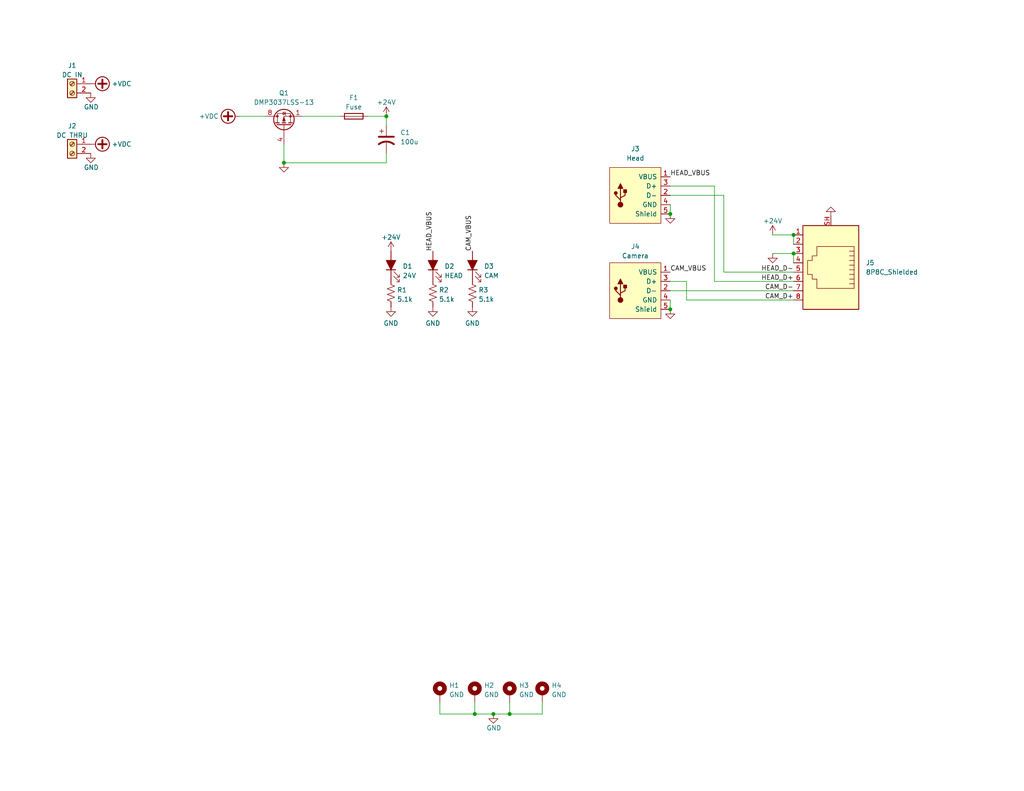
<source format=kicad_sch>
(kicad_sch (version 20211123) (generator eeschema)
  (paper "USLetter")
  (title_block (title "Candela tail") (date "2022-07-08") (rev "v0") (company "Winterbloom") (comment 1 "Alethea Flowers") (comment 2 "CERN-OHL-P V2"))
  (lib_symbols
    (symbol "Connector:8P8C_Shielded" (pin_names (offset 1.016))
      (property "Reference" "J" (at -5.08 13.97 0))
      (property "Value" "8P8C_Shielded" (at 2.54 13.97 0))
      (symbol "8P8C_Shielded_0_1"
        (polyline (pts (xy -5.08 4.445) (xy -6.35 4.445)))
        (polyline (pts (xy -5.08 5.715) (xy -6.35 5.715)))
        (polyline (pts (xy -6.35 -3.175) (xy -5.08 -3.175) (xy -5.08 -3.175)))
        (polyline (pts (xy -6.35 -1.905) (xy -5.08 -1.905) (xy -5.08 -1.905)))
        (polyline (pts (xy -6.35 -0.635) (xy -5.08 -0.635) (xy -5.08 -0.635)))
        (polyline (pts (xy -6.35 0.635) (xy -5.08 0.635) (xy -5.08 0.635)))
        (polyline (pts (xy -6.35 1.905) (xy -5.08 1.905) (xy -5.08 1.905)))
        (polyline (pts (xy -5.08 3.175) (xy -6.35 3.175) (xy -6.35 3.175)))
        (polyline (pts (xy -6.35 -4.445) (xy -6.35 6.985) (xy 3.81 6.985) (xy 3.81 4.445) (xy 5.08 4.445) (xy 5.08 3.175) (xy 6.35 3.175) (xy 6.35 -0.635) (xy 5.08 -0.635) (xy 5.08 -1.905) (xy 3.81 -1.905) (xy 3.81 -4.445) (xy -6.35 -4.445) (xy -6.35 -4.445)))
        (rectangle (start 7.62 12.7) (end -7.62 -10.16) (stroke (width 0.254)) (fill (type background)))
      )
      (symbol "8P8C_Shielded_1_1"
        (pin passive line (at 10.16 -7.62 180) (length 2.54) (name "~") (number "1"))
        (pin passive line (at 10.16 -5.08 180) (length 2.54) (name "~") (number "2"))
        (pin passive line (at 10.16 -2.54 180) (length 2.54) (name "~") (number "3"))
        (pin passive line (at 10.16 0 180) (length 2.54) (name "~") (number "4"))
        (pin passive line (at 10.16 2.54 180) (length 2.54) (name "~") (number "5"))
        (pin passive line (at 10.16 5.08 180) (length 2.54) (name "~") (number "6"))
        (pin passive line (at 10.16 7.62 180) (length 2.54) (name "~") (number "7"))
        (pin passive line (at 10.16 10.16 180) (length 2.54) (name "~") (number "8"))
        (pin passive line (at 0 -12.7 90) (length 2.54) (name "~") (number "SH"))
      )
    )
    (symbol "Connector:Screw_Terminal_01x02" (pin_names (offset 1.016) hide)
      (property "Reference" "J" (at 0 2.54 0))
      (property "Value" "Screw_Terminal_01x02" (at 0 -5.08 0))
      (symbol "Screw_Terminal_01x02_1_1"
        (rectangle (start -1.27 1.27) (end 1.27 -3.81) (stroke (width 0.254)) (fill (type background)))
        (circle (center 0 -2.54) (radius 0.635) (stroke (width 0.1524)))
        (polyline (pts (xy -0.5334 -2.2098) (xy 0.3302 -3.048)) (stroke (width 0.1524)))
        (polyline (pts (xy -0.5334 0.3302) (xy 0.3302 -0.508)) (stroke (width 0.1524)))
        (polyline (pts (xy -0.3556 -2.032) (xy 0.508 -2.8702)) (stroke (width 0.1524)))
        (polyline (pts (xy -0.3556 0.508) (xy 0.508 -0.3302)) (stroke (width 0.1524)))
        (circle (center 0 0) (radius 0.635) (stroke (width 0.1524)))
        (pin passive line (at -5.08 0 0) (length 3.81) (name "Pin_1") (number "1"))
        (pin passive line (at -5.08 -2.54 0) (length 3.81) (name "Pin_2") (number "2"))
      )
    )
    (symbol "Device:C_Polarized_US" (pin_numbers hide) (pin_names (offset 0.254) hide)
      (property "Reference" "C" (at 0.635 2.54 0))
      (property "Value" "C_Polarized_US" (at 0.635 -2.54 0))
      (symbol "C_Polarized_US_0_1"
        (polyline (pts (xy -2.032 0.762) (xy 2.032 0.762)) (stroke (width 0.508)))
        (polyline (pts (xy -1.778 2.286) (xy -0.762 2.286)))
        (polyline (pts (xy -1.27 1.778) (xy -1.27 2.794)))
        (arc (start 2.032 -1.27) (mid 0 -0.5572) (end -2.032 -1.27) (stroke (width 0.508)))
      )
      (symbol "C_Polarized_US_1_1"
        (pin passive line (at 0 3.81 270) (length 2.794) (name "~") (number "1"))
        (pin passive line (at 0 -3.81 90) (length 3.302) (name "~") (number "2"))
      )
    )
    (symbol "Device:Fuse" (pin_numbers hide) (pin_names (offset 0))
      (property "Reference" "F" (at 2.032 0 90))
      (property "Value" "Fuse" (at -1.905 0 90))
      (symbol "Fuse_0_1"
        (rectangle (start -0.762 -2.54) (end 0.762 2.54) (stroke (width 0.254)))
        (polyline (pts (xy 0 2.54) (xy 0 -2.54)))
      )
      (symbol "Fuse_1_1"
        (pin passive line (at 0 3.81 270) (length 1.27) (name "~") (number "1"))
        (pin passive line (at 0 -3.81 90) (length 1.27) (name "~") (number "2"))
      )
    )
    (symbol "Device:LED_Filled" (pin_numbers hide) (pin_names (offset 1.016) hide)
      (property "Reference" "D" (at 0 2.54 0))
      (property "Value" "LED_Filled" (at 0 -2.54 0))
      (symbol "LED_Filled_0_1"
        (polyline (pts (xy -1.27 -1.27) (xy -1.27 1.27)) (stroke (width 0.254)))
        (polyline (pts (xy -1.27 0) (xy 1.27 0)))
        (polyline (pts (xy 1.27 -1.27) (xy 1.27 1.27) (xy -1.27 0) (xy 1.27 -1.27)) (stroke (width 0.254)) (fill (type outline)))
        (polyline (pts (xy -3.048 -0.762) (xy -4.572 -2.286) (xy -3.81 -2.286) (xy -4.572 -2.286) (xy -4.572 -1.524)))
        (polyline (pts (xy -1.778 -0.762) (xy -3.302 -2.286) (xy -2.54 -2.286) (xy -3.302 -2.286) (xy -3.302 -1.524)))
      )
      (symbol "LED_Filled_1_1"
        (pin passive line (at -3.81 0 0) (length 2.54) (name "K") (number "1"))
        (pin passive line (at 3.81 0 180) (length 2.54) (name "A") (number "2"))
      )
    )
    (symbol "Device:R_US" (pin_numbers hide) (pin_names (offset 0))
      (property "Reference" "R" (at 2.54 0 90))
      (property "Value" "R_US" (at -2.54 0 90))
      (symbol "R_US_0_1"
        (polyline (pts (xy 0 -2.286) (xy 0 -2.54)))
        (polyline (pts (xy 0 2.286) (xy 0 2.54)))
        (polyline (pts (xy 0 -0.762) (xy 1.016 -1.143) (xy 0 -1.524) (xy -1.016 -1.905) (xy 0 -2.286)))
        (polyline (pts (xy 0 0.762) (xy 1.016 0.381) (xy 0 0) (xy -1.016 -0.381) (xy 0 -0.762)))
        (polyline (pts (xy 0 2.286) (xy 1.016 1.905) (xy 0 1.524) (xy -1.016 1.143) (xy 0 0.762)))
      )
      (symbol "R_US_1_1"
        (pin passive line (at 0 3.81 270) (length 1.27) (name "~") (number "1"))
        (pin passive line (at 0 -3.81 90) (length 1.27) (name "~") (number "2"))
      )
    )
    (symbol "Mechanical:MountingHole_Pad" (pin_numbers hide) (pin_names (offset 1.016) hide)
      (property "Reference" "H" (at 0 6.35 0))
      (property "Value" "MountingHole_Pad" (at 0 4.445 0))
      (symbol "MountingHole_Pad_0_1"
        (circle (center 0 1.27) (radius 1.27) (stroke (width 1.27)))
      )
      (symbol "MountingHole_Pad_1_1"
        (pin input line (at 0 -2.54 90) (length 2.54) (name "1") (number "1"))
      )
    )
    (symbol "Transistor_FET:IRF7404" (pin_names hide)
      (property "Reference" "Q" (at 5.08 1.905 0))
      (property "Value" "IRF7404" (at 5.08 0 0))
      (symbol "IRF7404_0_1"
        (polyline (pts (xy 0.254 0) (xy -2.54 0)))
        (polyline (pts (xy 0.254 1.905) (xy 0.254 -1.905)) (stroke (width 0.254)))
        (polyline (pts (xy 0.762 -1.27) (xy 0.762 -2.286)) (stroke (width 0.254)))
        (polyline (pts (xy 0.762 0.508) (xy 0.762 -0.508)) (stroke (width 0.254)))
        (polyline (pts (xy 0.762 2.286) (xy 0.762 1.27)) (stroke (width 0.254)))
        (polyline (pts (xy 2.54 2.54) (xy 2.54 1.778)))
        (polyline (pts (xy 2.54 -2.54) (xy 2.54 0) (xy 0.762 0)))
        (polyline (pts (xy 0.762 1.778) (xy 3.302 1.778) (xy 3.302 -1.778) (xy 0.762 -1.778)))
        (polyline (pts (xy 2.286 0) (xy 1.27 0.381) (xy 1.27 -0.381) (xy 2.286 0)) (fill (type outline)))
        (polyline (pts (xy 2.794 -0.508) (xy 2.921 -0.381) (xy 3.683 -0.381) (xy 3.81 -0.254)))
        (polyline (pts (xy 3.302 -0.381) (xy 2.921 0.254) (xy 3.683 0.254) (xy 3.302 -0.381)))
        (circle (center 1.651 0) (radius 2.794) (stroke (width 0.254)))
        (circle (center 2.54 -1.778) (radius 0.254) (fill (type outline)))
        (circle (center 2.54 1.778) (radius 0.254) (fill (type outline)))
      )
      (symbol "IRF7404_1_1"
        (pin passive line (at 2.54 -5.08 90) (length 2.54) (name "S") (number "1"))
        (pin passive line (at 2.54 -5.08 90) (length 2.54) hide (name "S") (number "2"))
        (pin passive line (at 2.54 -5.08 90) (length 2.54) hide (name "S") (number "3"))
        (pin passive line (at -5.08 0 0) (length 2.54) (name "G") (number "4"))
        (pin passive line (at 2.54 5.08 270) (length 2.54) hide (name "D") (number "5"))
        (pin passive line (at 2.54 5.08 270) (length 2.54) hide (name "D") (number "6"))
        (pin passive line (at 2.54 5.08 270) (length 2.54) hide (name "D") (number "7"))
        (pin passive line (at 2.54 5.08 270) (length 2.54) (name "D") (number "8"))
      )
    )
    (symbol "power:+24V" (power) (pin_names (offset 0))
      (property "Value" "+24V" (at 0 3.556 0))
      (symbol "+24V_0_1"
        (polyline (pts (xy -0.762 1.27) (xy 0 2.54)))
        (polyline (pts (xy 0 0) (xy 0 2.54)))
        (polyline (pts (xy 0 2.54) (xy 0.762 1.27)))
      )
      (symbol "+24V_1_1"
        (pin power_in line (at 0 0 90) (length 0) hide (name "+24V") (number "1"))
      )
    )
    (symbol "power:+VDC" (power) (pin_names (offset 0))
      (property "Value" "+VDC" (at 0 6.35 0))
      (symbol "+VDC_0_1"
        (polyline (pts (xy -1.143 3.175) (xy 1.143 3.175)) (stroke (width 0.508)))
        (polyline (pts (xy 0 0) (xy 0 1.27)))
        (polyline (pts (xy 0 2.032) (xy 0 4.318)) (stroke (width 0.508)))
        (circle (center 0 3.175) (radius 1.905) (stroke (width 0.254)))
      )
      (symbol "+VDC_1_1"
        (pin power_in line (at 0 0 90) (length 0) hide (name "+VDC") (number "1"))
      )
    )
    (symbol "power:GND" (power) (pin_names (offset 0))
      (property "Value" "GND" (at 0 -3.81 0))
      (symbol "GND_0_1"
        (polyline (pts (xy 0 0) (xy 0 -1.27) (xy 1.27 -1.27) (xy 0 -2.54) (xy -1.27 -1.27) (xy 0 -1.27)))
      )
      (symbol "GND_1_1"
        (pin power_in line (at 0 0 270) (length 0) hide (name "GND") (number "1"))
      )
    )
    (symbol "winterbloom:USB_B_Receptacle" (pin_names (offset 1.016))
      (property "Reference" "J" (at -7.62 8.89 0))
      (property "Value" "USB_B_Receptacle" (at -7.62 -8.89 0))
      (symbol "USB_B_Receptacle_0_0"
        (rectangle (start 6.35 -7.62) (end -7.62 7.62) (fill (type background)))
      )
      (symbol "USB_B_Receptacle_0_1"
        (circle (center -5.969 0.635) (radius 0.381) (stroke (width 0.254)) (fill (type outline)))
        (circle (center -4.699 -2.54) (radius 0.635) (stroke (width 0.254)) (fill (type outline)))
        (rectangle (start -3.81 1.524) (end -3.048 0.762) (stroke (width 0.254)) (fill (type outline)))
        (polyline (pts (xy -4.699 -0.635) (xy -4.699 1.905)) (stroke (width 0.254)))
        (polyline (pts (xy -5.334 1.905) (xy -4.064 1.905) (xy -4.699 3.175) (xy -5.334 1.905)) (stroke (width 0.254)) (fill (type outline)))
        (polyline (pts (xy -4.699 -1.905) (xy -4.699 -1.27) (xy -5.969 0) (xy -5.969 0.635)) (stroke (width 0.254)))
        (polyline (pts (xy -4.699 -1.27) (xy -4.699 -0.635) (xy -3.429 0) (xy -3.429 1.27)) (stroke (width 0.254)))
      )
      (symbol "USB_B_Receptacle_1_1"
        (pin power_out line (at 8.89 5.08 180) (length 2.54) (name "VBUS") (number "1"))
        (pin passive line (at 8.89 0 180) (length 2.54) (name "D-") (number "2"))
        (pin passive line (at 8.89 2.54 180) (length 2.54) (name "D+") (number "3"))
        (pin passive line (at 8.89 -2.54 180) (length 2.54) (name "GND") (number "4"))
        (pin passive line (at 8.89 -5.08 180) (length 2.54) (name "Shield") (number "5"))
      )
    )
  )
  (junction (at 139.065 194.945))
  (junction (at 77.47 44.45))
  (junction (at 129.54 194.945))
  (junction (at 216.535 69.215))
  (junction (at 105.41 31.75))
  (junction (at 134.62 194.945))
  (junction (at 216.535 64.135))
  (junction (at 182.88 58.42))
  (junction (at 182.88 84.455))
  (wire (pts (xy 129.54 191.77) (xy 129.54 194.945)))
  (wire (pts (xy 77.47 39.37) (xy 77.47 44.45)))
  (wire (pts (xy 210.82 69.215) (xy 216.535 69.215)))
  (wire (pts (xy 197.485 74.295) (xy 216.535 74.295)))
  (wire (pts (xy 216.535 64.135) (xy 216.535 66.675)))
  (wire (pts (xy 105.41 31.75) (xy 105.41 34.29)))
  (wire (pts (xy 82.55 31.75) (xy 92.71 31.75)))
  (wire (pts (xy 105.41 41.91) (xy 105.41 44.45)))
  (wire (pts (xy 182.88 79.375) (xy 216.535 79.375)))
  (wire (pts (xy 134.62 194.945) (xy 139.065 194.945)))
  (wire (pts (xy 187.325 76.835) (xy 182.88 76.835)))
  (wire (pts (xy 182.88 55.88) (xy 182.88 58.42)))
  (wire (pts (xy 187.325 81.915) (xy 187.325 76.835)))
  (wire (pts (xy 77.47 44.45) (xy 105.41 44.45)))
  (wire (pts (xy 100.33 31.75) (xy 105.41 31.75)))
  (wire (pts (xy 210.82 64.135) (xy 216.535 64.135)))
  (wire (pts (xy 147.955 194.945) (xy 147.955 191.77)))
  (wire (pts (xy 182.88 53.34) (xy 197.485 53.34)))
  (wire (pts (xy 194.945 76.835) (xy 194.945 50.8)))
  (wire (pts (xy 129.54 194.945) (xy 120.015 194.945)))
  (wire (pts (xy 216.535 76.835) (xy 194.945 76.835)))
  (wire (pts (xy 182.88 81.915) (xy 182.88 84.455)))
  (wire (pts (xy 139.065 191.77) (xy 139.065 194.945)))
  (wire (pts (xy 139.065 194.945) (xy 147.955 194.945)))
  (wire (pts (xy 120.015 194.945) (xy 120.015 191.77)))
  (wire (pts (xy 65.405 31.75) (xy 72.39 31.75)))
  (wire (pts (xy 216.535 69.215) (xy 216.535 71.755)))
  (wire (pts (xy 182.88 50.8) (xy 194.945 50.8)))
  (wire (pts (xy 197.485 53.34) (xy 197.485 74.295)))
  (wire (pts (xy 216.535 81.915) (xy 187.325 81.915)))
  (wire (pts (xy 134.62 194.945) (xy 129.54 194.945)))
  (label "CAM_VBUS" (at 128.905 68.58 90))
  (label "HEAD_D-" (at 216.535 74.295 180))
  (label "CAM_D-" (at 216.535 79.375 180))
  (label "HEAD_VBUS" (at 118.11 68.58 90))
  (label "CAM_D+" (at 216.535 81.915 180))
  (label "HEAD_VBUS" (at 182.88 48.26 0))
  (label "CAM_VBUS" (at 182.88 74.295 0))
  (label "HEAD_D+" (at 216.535 76.835 180))
  (symbol (lib_id "power:+VDC") (at 65.405 31.75 90) (unit 1)
    (property "Reference" "#PWR05" (effects hide))
    (property "Value" "+VDC" (at 59.69 31.75 90) (effects (justify left)))
  )
  (symbol (lib_id "Mechanical:MountingHole_Pad") (at 147.955 189.23 0) (unit 1)
    (property "Reference" "H4" (at 150.495 187.1253 0) (effects (justify left)))
    (property "Value" "GND" (at 150.495 189.6622 0) (effects (justify left)))
    (property "Footprint" "MountingHole:MountingHole_3mm_Pad" (effects hide))
  )
  (symbol (lib_id "Device:C_Polarized_US") (at 105.41 38.1 0) (unit 1)
    (property "Reference" "C1" (at 109.22 36.1949 0) (effects (justify left)))
    (property "Value" "100u" (at 109.22 38.7349 0) (effects (justify left)))
    (property "Footprint" "Capacitor_SMD:CP_Elec_6.3x9.9" (effects hide))
  )
  (symbol (lib_id "Mechanical:MountingHole_Pad") (at 139.065 189.23 0) (unit 1)
    (property "Reference" "H3" (at 141.605 187.1253 0) (effects (justify left)))
    (property "Value" "GND" (at 141.605 189.6622 0) (effects (justify left)))
    (property "Footprint" "MountingHole:MountingHole_3mm_Pad" (effects hide))
  )
  (symbol (lib_id "power:GND") (at 77.47 44.45 0) (unit 1)
    (property "Reference" "#PWR06" (effects hide))
    (property "Value" "GND" (effects hide))
  )
  (symbol (lib_id "Device:LED_Filled") (at 128.905 72.39 90) (unit 1)
    (property "Reference" "D3" (at 132.08 72.7074 90) (effects (justify right)))
    (property "Value" "CAM" (at 132.08 75.2474 90) (effects (justify right)))
    (property "Footprint" "winterbloom:LED_0805_Kingbright_APT2012" (effects hide))
    (property "mpn" "APT2012EC" (effects hide))
  )
  (symbol (lib_id "Device:R_US") (at 106.68 80.01 0) (unit 1)
    (property "Reference" "R1" (at 108.331 79.1753 0) (effects (justify left)))
    (property "Value" "5.1k" (at 108.331 81.7122 0) (effects (justify left)))
    (property "Footprint" "Resistor_SMD:R_0603_1608Metric_Pad0.98x0.95mm_HandSolder" (effects hide))
    (property "mpn" "AC0603FR-075K1L" (effects hide))
  )
  (symbol (lib_id "power:GND") (at 118.11 83.82 0) (unit 1)
    (property "Reference" "#PWR010" (effects hide))
    (property "Value" "GND" (at 118.11 88.2634 0))
  )
  (symbol (lib_id "Mechanical:MountingHole_Pad") (at 129.54 189.23 0) (unit 1)
    (property "Reference" "H2" (at 132.08 187.1253 0) (effects (justify left)))
    (property "Value" "GND" (at 132.08 189.6622 0) (effects (justify left)))
    (property "Footprint" "MountingHole:MountingHole_3mm_Pad" (effects hide))
  )
  (symbol (lib_id "power:+24V") (at 210.82 64.135 0) (unit 1)
    (property "Reference" "#PWR015" (effects hide))
    (property "Value" "+24V" (at 210.82 60.325 0))
  )
  (symbol (lib_id "Device:LED_Filled") (at 106.68 72.39 90) (unit 1)
    (property "Reference" "D1" (at 109.855 72.7074 90) (effects (justify right)))
    (property "Value" "24V" (at 109.855 75.2474 90) (effects (justify right)))
    (property "Footprint" "winterbloom:LED_0805_Kingbright_APT2012" (effects hide))
    (property "mpn" "APT2012EC" (effects hide))
  )
  (symbol (lib_id "power:+VDC") (at 24.765 22.86 270) (unit 1)
    (property "Reference" "#PWR01" (effects hide))
    (property "Value" "+VDC" (at 30.48 22.86 90) (effects (justify left)))
  )
  (symbol (lib_id "Connector:Screw_Terminal_01x02") (at 19.685 22.86 0) (mirror y) (unit 1)
    (property "Reference" "J1" (at 19.685 17.8902 0))
    (property "Value" "DC IN" (at 19.685 20.4271 0))
    (property "Footprint" "winterbloom:TerminalBlock_4UCON_1x02_P3.50mm_Horizontal" (effects hide))
  )
  (symbol (lib_id "Device:R_US") (at 118.11 80.01 0) (unit 1)
    (property "Reference" "R2" (at 119.761 79.1753 0) (effects (justify left)))
    (property "Value" "5.1k" (at 119.761 81.7122 0) (effects (justify left)))
    (property "Footprint" "Resistor_SMD:R_0603_1608Metric_Pad0.98x0.95mm_HandSolder" (effects hide))
    (property "mpn" "AC0603FR-075K1L" (effects hide))
  )
  (symbol (lib_id "Mechanical:MountingHole_Pad") (at 120.015 189.23 0) (unit 1)
    (property "Reference" "H1" (at 122.555 187.1253 0) (effects (justify left)))
    (property "Value" "GND" (at 122.555 189.6622 0) (effects (justify left)))
    (property "Footprint" "MountingHole:MountingHole_3mm_Pad" (effects hide))
  )
  (symbol (lib_id "winterbloom:USB_B_Receptacle") (at 173.99 53.34 0) (unit 1)
    (property "Reference" "J3" (at 173.355 40.64 0))
    (property "Value" "Head" (at 173.355 43.18 0))
    (property "Footprint" "Connector_USB:USB_B_Lumberg_2411_02_Horizontal" (effects hide))
    (property "Datasheet" "https://www.te.com/commerce/DocumentDelivery/DDEController?Action=srchrtrv&DocNm=5787834&DocType=Customer+Drawing&DocLang=English&PartCntxt=5787834-1&DocFormat=pdf" (effects hide))
    (property "mpn" "5787834-1" (effects hide))
  )
  (symbol (lib_id "power:GND") (at 24.765 41.91 0) (unit 1)
    (property "Reference" "#PWR04" (effects hide))
    (property "Value" "GND" (at 22.86 45.72 0) (effects (justify left)))
  )
  (symbol (lib_id "power:GND") (at 24.765 25.4 0) (unit 1)
    (property "Reference" "#PWR02" (effects hide))
    (property "Value" "GND" (at 22.86 29.21 0) (effects (justify left)))
  )
  (symbol (lib_id "power:+24V") (at 105.41 31.75 0) (unit 1)
    (property "Reference" "#PWR07" (effects hide))
    (property "Value" "+24V" (at 105.41 27.94 0))
  )
  (symbol (lib_id "winterbloom:USB_B_Receptacle") (at 173.99 79.375 0) (unit 1)
    (property "Reference" "J4" (at 173.355 67.31 0))
    (property "Value" "Camera" (at 173.355 69.85 0))
    (property "Footprint" "Connector_USB:USB_B_Lumberg_2411_02_Horizontal" (effects hide))
    (property "Datasheet" "https://www.te.com/commerce/DocumentDelivery/DDEController?Action=srchrtrv&DocNm=5787834&DocType=Customer+Drawing&DocLang=English&PartCntxt=5787834-1&DocFormat=pdf" (effects hide))
    (property "mpn" "5787834-1" (effects hide))
  )
  (symbol (lib_id "Connector:8P8C_Shielded") (at 226.695 71.755 180) (unit 1)
    (property "Reference" "J5" (at 236.22 71.7549 0) (effects (justify right)))
    (property "Value" "8P8C_Shielded" (at 236.22 74.2949 0) (effects (justify right)))
    (property "Footprint" "winterbloom:Connector_RJ45_SS-7188S-A-PG4-BA-50" (effects hide))
  )
  (symbol (lib_id "power:GND") (at 106.68 83.82 0) (unit 1)
    (property "Reference" "#PWR09" (effects hide))
    (property "Value" "GND" (at 106.68 88.2634 0))
  )
  (symbol (lib_id "power:GND") (at 128.905 83.82 0) (unit 1)
    (property "Reference" "#PWR011" (effects hide))
    (property "Value" "GND" (at 128.905 88.2634 0))
  )
  (symbol (lib_id "Connector:Screw_Terminal_01x02") (at 19.685 39.37 0) (mirror y) (unit 1)
    (property "Reference" "J2" (at 19.685 34.4002 0))
    (property "Value" "DC THRU" (at 19.685 36.9371 0))
    (property "Footprint" "winterbloom:TerminalBlock_4UCON_1x02_P3.50mm_Horizontal" (effects hide))
  )
  (symbol (lib_id "Device:Fuse") (at 96.52 31.75 90) (unit 1)
    (property "Reference" "F1" (at 96.52 26.67 90))
    (property "Value" "Fuse" (at 96.52 29.21 90))
    (property "Footprint" "Fuse:Fuseholder_Blade_Mini_Keystone_3568" (effects hide))
  )
  (symbol (lib_id "power:GND") (at 182.88 58.42 0) (unit 1)
    (property "Reference" "#PWR013" (effects hide))
    (property "Value" "GND" (effects hide))
  )
  (symbol (lib_id "power:GND") (at 226.695 59.055 180) (unit 1)
    (property "Reference" "#PWR017" (effects hide))
    (property "Value" "GND" (effects hide))
  )
  (symbol (lib_id "Device:R_US") (at 128.905 80.01 0) (unit 1)
    (property "Reference" "R3" (at 130.556 79.1753 0) (effects (justify left)))
    (property "Value" "5.1k" (at 130.556 81.7122 0) (effects (justify left)))
    (property "Footprint" "Resistor_SMD:R_0603_1608Metric_Pad0.98x0.95mm_HandSolder" (effects hide))
    (property "mpn" "AC0603FR-075K1L" (effects hide))
  )
  (symbol (lib_id "power:GND") (at 134.62 194.945 0) (unit 1)
    (property "Reference" "#PWR012" (effects hide))
    (property "Value" "GND" (at 132.715 198.755 0) (effects (justify left)))
  )
  (symbol (lib_id "Device:LED_Filled") (at 118.11 72.39 90) (unit 1)
    (property "Reference" "D2" (at 121.285 72.7074 90) (effects (justify right)))
    (property "Value" "HEAD" (at 121.285 75.2474 90) (effects (justify right)))
    (property "Footprint" "winterbloom:LED_0805_Kingbright_APT2012" (effects hide))
    (property "mpn" "APT2012EC" (effects hide))
  )
  (symbol (lib_id "power:GND") (at 210.82 69.215 0) (unit 1)
    (property "Reference" "#PWR016" (effects hide))
    (property "Value" "GND" (effects hide))
  )
  (symbol (lib_id "power:+VDC") (at 24.765 39.37 270) (unit 1)
    (property "Reference" "#PWR03" (effects hide))
    (property "Value" "+VDC" (at 30.48 39.37 90) (effects (justify left)))
  )
  (symbol (lib_id "power:+24V") (at 106.68 68.58 0) (unit 1)
    (property "Reference" "#PWR08" (effects hide))
    (property "Value" "+24V" (at 106.68 64.77 0))
  )
  (symbol (lib_id "power:GND") (at 182.88 84.455 0) (unit 1)
    (property "Reference" "#PWR014" (effects hide))
    (property "Value" "GND" (effects hide))
  )
  (symbol (lib_id "Transistor_FET:IRF7404") (at 77.47 34.29 90) (unit 1)
    (property "Reference" "Q1" (at 77.47 25.4 90))
    (property "Value" "DMP3037LSS-13" (at 77.47 27.94 90))
    (property "Footprint" "Package_SO:SOIC-8_3.9x4.9mm_P1.27mm" (effects hide))
    (property "Datasheet" "http://www.infineon.com/dgdl/irf7404.pdf?fileId=5546d462533600a4015355fa2b5b1b9e" (effects hide))
  )
)
</source>
